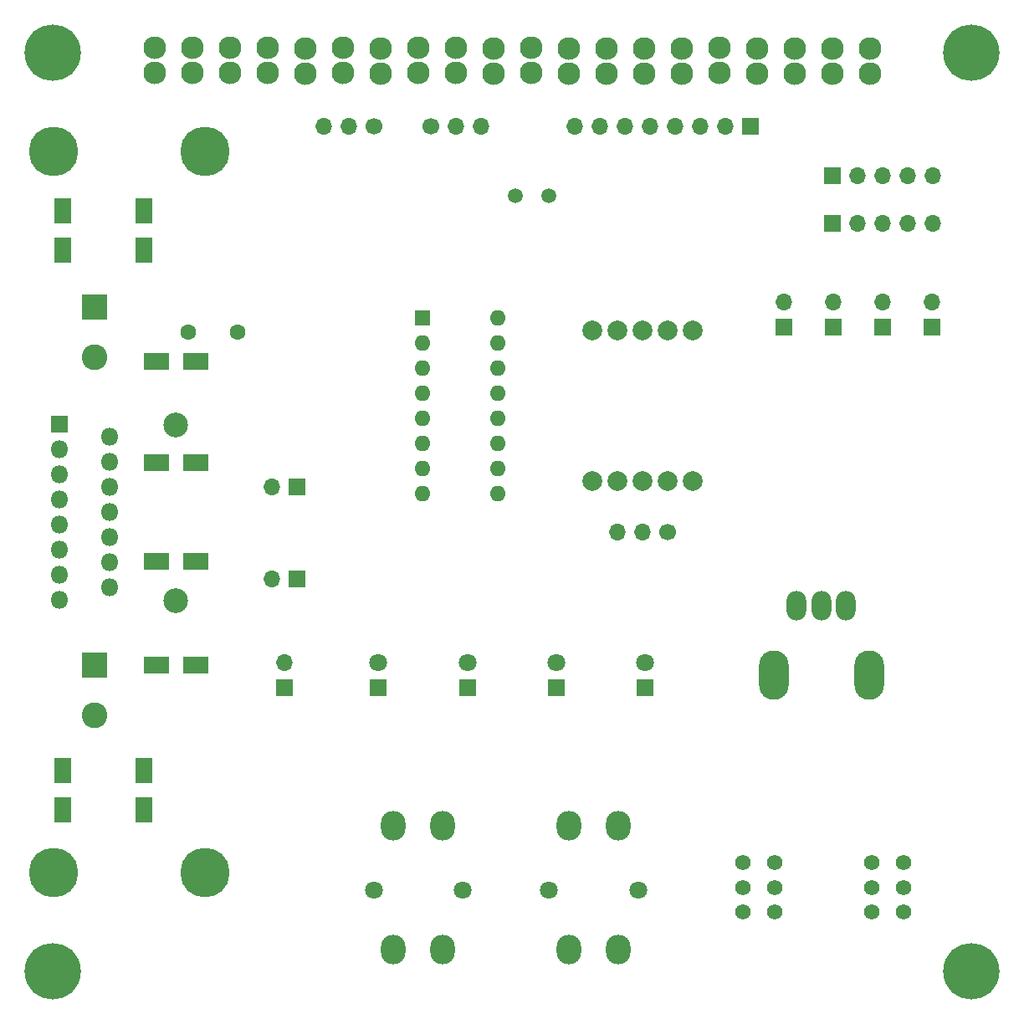
<source format=gbr>
%TF.GenerationSoftware,KiCad,Pcbnew,(6.0.10)*%
%TF.CreationDate,2023-01-19T10:13:04+01:00*%
%TF.ProjectId,myDAQExpansionBoard,6d794441-5145-4787-9061-6e73696f6e42,rev?*%
%TF.SameCoordinates,Original*%
%TF.FileFunction,Soldermask,Bot*%
%TF.FilePolarity,Negative*%
%FSLAX46Y46*%
G04 Gerber Fmt 4.6, Leading zero omitted, Abs format (unit mm)*
G04 Created by KiCad (PCBNEW (6.0.10)) date 2023-01-19 10:13:04*
%MOMM*%
%LPD*%
G01*
G04 APERTURE LIST*
%ADD10R,1.800000X1.800000*%
%ADD11C,1.800000*%
%ADD12C,1.600000*%
%ADD13C,5.700000*%
%ADD14R,1.700000X1.700000*%
%ADD15O,1.700000X1.700000*%
%ADD16C,2.000000*%
%ADD17C,1.700000*%
%ADD18O,3.000000X5.000000*%
%ADD19O,2.000000X3.000000*%
%ADD20C,2.300000*%
%ADD21O,1.800000X1.800000*%
%ADD22C,2.500000*%
%ADD23R,1.600000X1.600000*%
%ADD24O,1.600000X1.600000*%
%ADD25R,2.600000X2.600000*%
%ADD26C,2.600000*%
%ADD27C,5.000000*%
%ADD28C,1.500000*%
%ADD29O,2.500000X3.000000*%
%ADD30C,1.562000*%
%ADD31R,2.500000X1.800000*%
%ADD32R,1.800000X2.500000*%
G04 APERTURE END LIST*
D10*
%TO.C,D2*%
X114737500Y-101512500D03*
D11*
X114737500Y-98972500D03*
%TD*%
D12*
%TO.C,C5*%
X86500000Y-65545000D03*
X91500000Y-65545000D03*
%TD*%
D13*
%TO.C,H1*%
X72750000Y-37250000D03*
%TD*%
D14*
%TO.C,JP10*%
X97525000Y-90500000D03*
D15*
X94985000Y-90500000D03*
%TD*%
D16*
%TO.C,U2*%
X127380000Y-80620000D03*
X129920000Y-80620000D03*
X132460000Y-80620000D03*
X135000000Y-80620000D03*
X137540000Y-80620000D03*
X137540000Y-65380000D03*
X135000000Y-65380000D03*
X132460000Y-65380000D03*
X129920000Y-65380000D03*
X127380000Y-65380000D03*
%TD*%
D13*
%TO.C,H4*%
X72750000Y-130250000D03*
%TD*%
D17*
%TO.C,JP8*%
X111000000Y-44750000D03*
D15*
X113540000Y-44750000D03*
X116080000Y-44750000D03*
%TD*%
D18*
%TO.C,RV1*%
X155360500Y-100237500D03*
X145760500Y-100237500D03*
D19*
X153060500Y-93237500D03*
X150560500Y-93237500D03*
X148060500Y-93237500D03*
%TD*%
D14*
%TO.C,JP5*%
X96250000Y-101525000D03*
D15*
X96250000Y-98985000D03*
%TD*%
D14*
%TO.C,JP4*%
X161750000Y-65000000D03*
D15*
X161750000Y-62460000D03*
%TD*%
D14*
%TO.C,JP9*%
X97525000Y-81205000D03*
D15*
X94985000Y-81205000D03*
%TD*%
D14*
%TO.C,J3*%
X143375000Y-44750000D03*
D15*
X140835000Y-44750000D03*
X138295000Y-44750000D03*
X135755000Y-44750000D03*
X133215000Y-44750000D03*
X130675000Y-44750000D03*
X128135000Y-44750000D03*
X125595000Y-44750000D03*
%TD*%
D14*
%TO.C,J2*%
X151675000Y-54500000D03*
D15*
X154215000Y-54500000D03*
X156755000Y-54500000D03*
X159295000Y-54500000D03*
X161835000Y-54500000D03*
%TD*%
D20*
%TO.C,J4*%
X83055000Y-36800000D03*
X83055000Y-39340000D03*
X86865000Y-36760000D03*
X86865000Y-39300000D03*
X90675000Y-39340000D03*
X90675000Y-36800000D03*
X94485000Y-36760000D03*
X94485000Y-39300000D03*
X98295000Y-36840000D03*
X98295000Y-39380000D03*
X102105000Y-36800000D03*
X102105000Y-39340000D03*
X105915000Y-39380000D03*
X105915000Y-36840000D03*
X109725000Y-36800000D03*
X109725000Y-39340000D03*
X113535000Y-36800000D03*
X113535000Y-39340000D03*
X117345000Y-36840000D03*
X117345000Y-39380000D03*
X121155000Y-36800000D03*
X121155000Y-39340000D03*
X124965000Y-39420000D03*
X124965000Y-36880000D03*
X128775000Y-36840000D03*
X128775000Y-39380000D03*
X132585000Y-39420000D03*
X132585000Y-36880000D03*
X136395000Y-39380000D03*
X136395000Y-36840000D03*
X140205000Y-39340000D03*
X140205000Y-36800000D03*
X144015000Y-36880000D03*
X144015000Y-39420000D03*
X147825000Y-39380000D03*
X147825000Y-36840000D03*
X151635000Y-36880000D03*
X151635000Y-39420000D03*
X155445000Y-39380000D03*
X155445000Y-36840000D03*
%TD*%
D10*
%TO.C,U4*%
X73440000Y-74855000D03*
D21*
X78520000Y-76125000D03*
X73440000Y-77395000D03*
X78520000Y-78665000D03*
X73440000Y-79935000D03*
X78520000Y-81205000D03*
X73440000Y-82475000D03*
X78520000Y-83745000D03*
D22*
X85190000Y-92755000D03*
X85190000Y-74955000D03*
D21*
X73440000Y-85015000D03*
X78520000Y-86285000D03*
X73440000Y-87555000D03*
X78520000Y-88825000D03*
X73440000Y-90095000D03*
X78520000Y-91365000D03*
X73440000Y-92635000D03*
%TD*%
D17*
%TO.C,JP7*%
X105275000Y-44750000D03*
D15*
X102735000Y-44750000D03*
X100195000Y-44750000D03*
%TD*%
D10*
%TO.C,D3*%
X123737500Y-101512500D03*
D11*
X123737500Y-98972500D03*
%TD*%
D23*
%TO.C,U1*%
X110160000Y-64125000D03*
D24*
X110160000Y-66665000D03*
X110160000Y-69205000D03*
X110160000Y-71745000D03*
X110160000Y-74285000D03*
X110160000Y-76825000D03*
X110160000Y-79365000D03*
X110160000Y-81905000D03*
X117780000Y-81905000D03*
X117780000Y-79365000D03*
X117780000Y-76825000D03*
X117780000Y-74285000D03*
X117780000Y-71745000D03*
X117780000Y-69205000D03*
X117780000Y-66665000D03*
X117780000Y-64125000D03*
%TD*%
D25*
%TO.C,J6*%
X77000000Y-99250000D03*
D26*
X77000000Y-104330000D03*
%TD*%
D14*
%TO.C,JP1*%
X156750000Y-65025000D03*
D15*
X156750000Y-62485000D03*
%TD*%
D27*
%TO.C,J8*%
X72850000Y-120250000D03*
X88150000Y-120250000D03*
%TD*%
D28*
%TO.C,R17*%
X119550000Y-51750000D03*
X122950000Y-51750000D03*
%TD*%
D11*
%TO.C,SW4*%
X123000000Y-122000000D03*
X132000000Y-122000000D03*
D29*
X130000000Y-115500000D03*
X130000000Y-128000000D03*
X125000000Y-128000000D03*
X125000000Y-115500000D03*
%TD*%
D10*
%TO.C,D1*%
X105737500Y-101512500D03*
D11*
X105737500Y-98972500D03*
%TD*%
D17*
%TO.C,JP6*%
X135010000Y-85750000D03*
D15*
X132470000Y-85750000D03*
X129930000Y-85750000D03*
%TD*%
D13*
%TO.C,H3*%
X165750000Y-130250000D03*
%TD*%
D30*
%TO.C,SW1*%
X145850000Y-119250000D03*
X142650000Y-119250000D03*
X145850000Y-121750000D03*
X142650000Y-121750000D03*
X142650000Y-124250000D03*
X145850000Y-124250000D03*
%TD*%
D27*
%TO.C,J7*%
X88150000Y-47250000D03*
X72850000Y-47250000D03*
%TD*%
D30*
%TO.C,SW2*%
X158850000Y-119250000D03*
X155650000Y-119250000D03*
X158850000Y-121750000D03*
X155650000Y-121750000D03*
X155650000Y-124250000D03*
X158850000Y-124250000D03*
%TD*%
D14*
%TO.C,JP2*%
X146750000Y-65025000D03*
D15*
X146750000Y-62485000D03*
%TD*%
D14*
%TO.C,JP3*%
X151750000Y-65025000D03*
D15*
X151750000Y-62485000D03*
%TD*%
D11*
%TO.C,SW3*%
X105250000Y-122000000D03*
X114250000Y-122000000D03*
D29*
X112250000Y-128000000D03*
X112250000Y-115500000D03*
X107250000Y-128000000D03*
X107250000Y-115500000D03*
%TD*%
D10*
%TO.C,D4*%
X132737500Y-101512500D03*
D11*
X132737500Y-98972500D03*
%TD*%
D25*
%TO.C,J5*%
X77000000Y-63000000D03*
D26*
X77000000Y-68080000D03*
%TD*%
D14*
%TO.C,J1*%
X151675000Y-49750000D03*
D15*
X154215000Y-49750000D03*
X156755000Y-49750000D03*
X159295000Y-49750000D03*
X161835000Y-49750000D03*
%TD*%
D13*
%TO.C,H2*%
X165750000Y-37250000D03*
%TD*%
D31*
%TO.C,D6*%
X87250000Y-99250000D03*
X83250000Y-99250000D03*
%TD*%
%TO.C,D5*%
X87250000Y-88750000D03*
X83250000Y-88750000D03*
%TD*%
D32*
%TO.C,D10*%
X73750000Y-109900000D03*
X73750000Y-113900000D03*
%TD*%
%TO.C,D11*%
X82000000Y-57250000D03*
X82000000Y-53250000D03*
%TD*%
%TO.C,D9*%
X82000000Y-109900000D03*
X82000000Y-113900000D03*
%TD*%
D31*
%TO.C,D7*%
X87250000Y-78750000D03*
X83250000Y-78750000D03*
%TD*%
D32*
%TO.C,D12*%
X73750000Y-57250000D03*
X73750000Y-53250000D03*
%TD*%
D31*
%TO.C,D8*%
X87250000Y-68500000D03*
X83250000Y-68500000D03*
%TD*%
M02*

</source>
